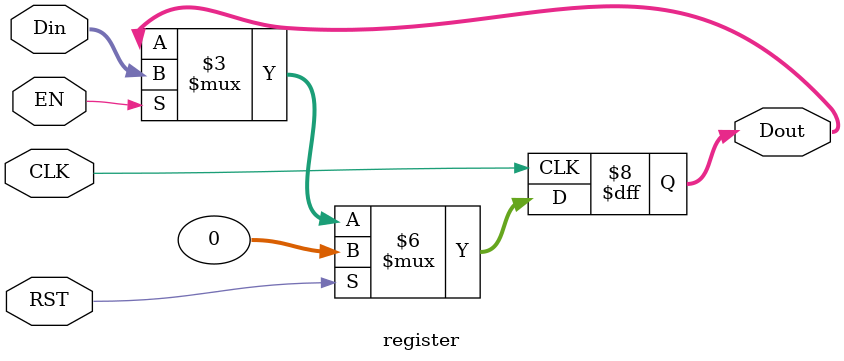
<source format=v>
`timescale 1ns / 1ps



module register#(parameter WL = 32)
                (input CLK, RST, EN, 
                 input [WL-1:0] Din,
                 output reg [WL-1:0] Dout);
always@(posedge CLK) begin
    if (RST == 1) Dout <= 0; // active high reset
    else if (EN) Dout <= Din;
    end

endmodule

</source>
